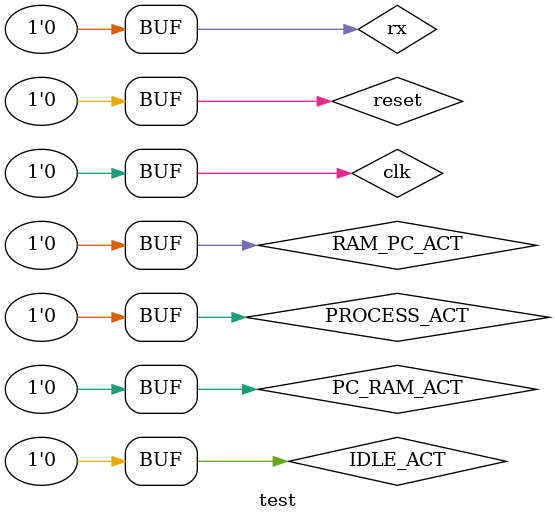
<source format=v>
`timescale 1ns / 1ps


module test;

	// Inputs
	reg clk;
	reg PC_RAM_ACT;
	reg RAM_PC_ACT;
	reg PROCESS_ACT;
	reg IDLE_ACT;
	reg reset;
	reg rx;

	// Outputs
	wire tx;
	wire [7:0] led;

	// Instantiate the Unit Under Test (UUT)
	Top uut (
		.clk(clk), 
		.PC_RAM_ACT(PC_RAM_ACT), 
		.RAM_PC_ACT(RAM_PC_ACT), 
		.PROCESS_ACT(PROCESS_ACT), 
		.IDLE_ACT(IDLE_ACT), 
		.reset(reset), 
		.rx(rx), 
		.tx(tx), 
		.led(led)
	);

	initial begin
		// Initialize Inputs
		clk = 0;
		PC_RAM_ACT = 0;
		RAM_PC_ACT = 0;
		PROCESS_ACT = 0;
		IDLE_ACT = 0;
		reset = 0;
		rx = 0;

		// Wait 100 ns for global reset to finish
		#100;
        
		// Add stimulus here

	end
      
endmodule


</source>
